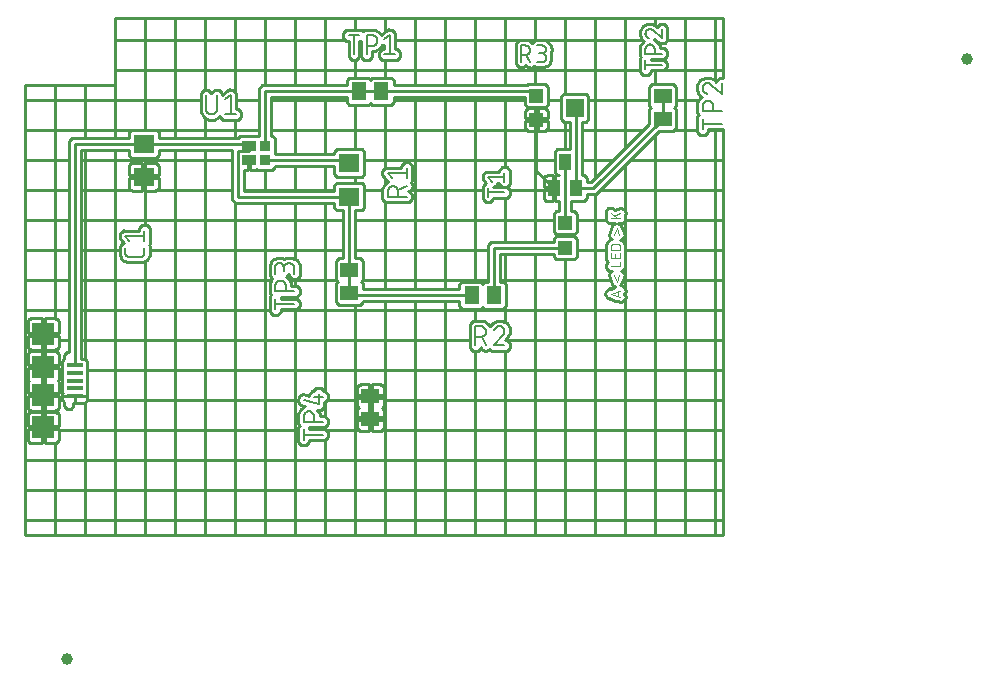
<source format=gtl>
G04 EAGLE Gerber RS-274X export*
G75*
%MOMM*%
%FSLAX34Y34*%
%LPD*%
%INTop Copper*%
%IPPOS*%
%AMOC8*
5,1,8,0,0,1.08239X$1,22.5*%
G01*
%ADD10C,0.152400*%
%ADD11C,0.076200*%
%ADD12C,0.127000*%
%ADD13C,1.000000*%
%ADD14R,0.950000X0.850000*%
%ADD15R,1.150000X0.850000*%
%ADD16R,1.150000X0.970000*%
%ADD17R,0.950000X0.970000*%
%ADD18R,1.300000X1.500000*%
%ADD19R,1.200000X1.200000*%
%ADD20R,1.500000X1.600000*%
%ADD21R,1.346200X0.381000*%
%ADD22R,1.900000X1.900000*%
%ADD23R,1.800000X1.600000*%
%ADD24R,1.000000X1.400000*%
%ADD25R,1.500000X1.300000*%
%ADD26R,1.803000X1.600000*%
%ADD27C,0.254000*%


D10*
X100838Y382637D02*
X100838Y379024D01*
X100836Y378906D01*
X100830Y378788D01*
X100821Y378670D01*
X100807Y378553D01*
X100790Y378436D01*
X100769Y378319D01*
X100744Y378204D01*
X100715Y378089D01*
X100682Y377975D01*
X100646Y377863D01*
X100606Y377752D01*
X100563Y377642D01*
X100516Y377533D01*
X100466Y377426D01*
X100411Y377321D01*
X100354Y377218D01*
X100293Y377117D01*
X100229Y377017D01*
X100162Y376920D01*
X100092Y376825D01*
X100018Y376733D01*
X99942Y376642D01*
X99862Y376555D01*
X99780Y376470D01*
X99695Y376388D01*
X99608Y376308D01*
X99517Y376232D01*
X99425Y376158D01*
X99330Y376088D01*
X99233Y376021D01*
X99133Y375957D01*
X99032Y375896D01*
X98929Y375839D01*
X98824Y375784D01*
X98717Y375734D01*
X98608Y375687D01*
X98498Y375644D01*
X98387Y375604D01*
X98275Y375568D01*
X98161Y375535D01*
X98046Y375506D01*
X97931Y375481D01*
X97814Y375460D01*
X97697Y375443D01*
X97580Y375429D01*
X97462Y375420D01*
X97344Y375414D01*
X97226Y375412D01*
X88194Y375412D01*
X88076Y375414D01*
X87958Y375420D01*
X87840Y375429D01*
X87722Y375443D01*
X87605Y375460D01*
X87489Y375481D01*
X87374Y375506D01*
X87259Y375535D01*
X87145Y375568D01*
X87033Y375604D01*
X86921Y375644D01*
X86811Y375687D01*
X86703Y375734D01*
X86596Y375785D01*
X86491Y375839D01*
X86388Y375896D01*
X86286Y375957D01*
X86187Y376021D01*
X86090Y376088D01*
X85995Y376159D01*
X85902Y376232D01*
X85812Y376309D01*
X85724Y376388D01*
X85639Y376470D01*
X85557Y376555D01*
X85478Y376643D01*
X85401Y376733D01*
X85328Y376826D01*
X85257Y376920D01*
X85190Y377018D01*
X85126Y377117D01*
X85065Y377218D01*
X85008Y377322D01*
X84954Y377427D01*
X84903Y377534D01*
X84856Y377642D01*
X84813Y377752D01*
X84773Y377864D01*
X84737Y377976D01*
X84704Y378090D01*
X84675Y378205D01*
X84650Y378320D01*
X84629Y378436D01*
X84612Y378553D01*
X84598Y378671D01*
X84589Y378789D01*
X84583Y378907D01*
X84581Y379025D01*
X84582Y379024D02*
X84582Y382637D01*
X88194Y388478D02*
X84582Y392993D01*
X100838Y392993D01*
X100838Y388478D02*
X100838Y397509D01*
X153162Y500578D02*
X153162Y512318D01*
X153162Y500578D02*
X153164Y500445D01*
X153170Y500313D01*
X153180Y500181D01*
X153193Y500049D01*
X153211Y499917D01*
X153232Y499787D01*
X153257Y499656D01*
X153286Y499527D01*
X153319Y499399D01*
X153355Y499271D01*
X153395Y499145D01*
X153439Y499020D01*
X153487Y498896D01*
X153538Y498774D01*
X153593Y498653D01*
X153651Y498534D01*
X153713Y498416D01*
X153778Y498301D01*
X153847Y498187D01*
X153918Y498076D01*
X153994Y497967D01*
X154072Y497860D01*
X154153Y497755D01*
X154238Y497653D01*
X154325Y497553D01*
X154415Y497456D01*
X154508Y497361D01*
X154604Y497270D01*
X154702Y497181D01*
X154803Y497095D01*
X154907Y497012D01*
X155013Y496932D01*
X155121Y496856D01*
X155231Y496782D01*
X155344Y496712D01*
X155458Y496645D01*
X155575Y496582D01*
X155693Y496522D01*
X155813Y496465D01*
X155935Y496412D01*
X156058Y496363D01*
X156182Y496317D01*
X156308Y496275D01*
X156435Y496237D01*
X156563Y496202D01*
X156692Y496171D01*
X156821Y496144D01*
X156952Y496121D01*
X157083Y496101D01*
X157215Y496086D01*
X157347Y496074D01*
X157479Y496066D01*
X157612Y496062D01*
X157744Y496062D01*
X157877Y496066D01*
X158009Y496074D01*
X158141Y496086D01*
X158273Y496101D01*
X158404Y496121D01*
X158535Y496144D01*
X158664Y496171D01*
X158793Y496202D01*
X158921Y496237D01*
X159048Y496275D01*
X159174Y496317D01*
X159298Y496363D01*
X159421Y496412D01*
X159543Y496465D01*
X159663Y496522D01*
X159781Y496582D01*
X159898Y496645D01*
X160012Y496712D01*
X160125Y496782D01*
X160235Y496856D01*
X160343Y496932D01*
X160449Y497012D01*
X160553Y497095D01*
X160654Y497181D01*
X160752Y497270D01*
X160848Y497361D01*
X160941Y497456D01*
X161031Y497553D01*
X161118Y497653D01*
X161203Y497755D01*
X161284Y497860D01*
X161362Y497967D01*
X161438Y498076D01*
X161509Y498187D01*
X161578Y498301D01*
X161643Y498416D01*
X161705Y498534D01*
X161763Y498653D01*
X161818Y498774D01*
X161869Y498896D01*
X161917Y499020D01*
X161961Y499145D01*
X162001Y499271D01*
X162037Y499399D01*
X162070Y499527D01*
X162099Y499656D01*
X162124Y499787D01*
X162145Y499917D01*
X162163Y500049D01*
X162176Y500181D01*
X162186Y500313D01*
X162192Y500445D01*
X162194Y500578D01*
X162193Y500578D02*
X162193Y512318D01*
X169314Y508706D02*
X173830Y512318D01*
X173830Y496062D01*
X178345Y496062D02*
X169314Y496062D01*
X306832Y426212D02*
X323088Y426212D01*
X306832Y426212D02*
X306832Y430728D01*
X306834Y430861D01*
X306840Y430993D01*
X306850Y431125D01*
X306863Y431257D01*
X306881Y431389D01*
X306902Y431519D01*
X306927Y431650D01*
X306956Y431779D01*
X306989Y431907D01*
X307025Y432035D01*
X307065Y432161D01*
X307109Y432286D01*
X307157Y432410D01*
X307208Y432532D01*
X307263Y432653D01*
X307321Y432772D01*
X307383Y432890D01*
X307448Y433005D01*
X307517Y433119D01*
X307588Y433230D01*
X307664Y433339D01*
X307742Y433446D01*
X307823Y433551D01*
X307908Y433653D01*
X307995Y433753D01*
X308085Y433850D01*
X308178Y433945D01*
X308274Y434036D01*
X308372Y434125D01*
X308473Y434211D01*
X308577Y434294D01*
X308683Y434374D01*
X308791Y434450D01*
X308901Y434524D01*
X309014Y434594D01*
X309128Y434661D01*
X309245Y434724D01*
X309363Y434784D01*
X309483Y434841D01*
X309605Y434894D01*
X309728Y434943D01*
X309852Y434989D01*
X309978Y435031D01*
X310105Y435069D01*
X310233Y435104D01*
X310362Y435135D01*
X310491Y435162D01*
X310622Y435185D01*
X310753Y435205D01*
X310885Y435220D01*
X311017Y435232D01*
X311149Y435240D01*
X311282Y435244D01*
X311414Y435244D01*
X311547Y435240D01*
X311679Y435232D01*
X311811Y435220D01*
X311943Y435205D01*
X312074Y435185D01*
X312205Y435162D01*
X312334Y435135D01*
X312463Y435104D01*
X312591Y435069D01*
X312718Y435031D01*
X312844Y434989D01*
X312968Y434943D01*
X313091Y434894D01*
X313213Y434841D01*
X313333Y434784D01*
X313451Y434724D01*
X313568Y434661D01*
X313682Y434594D01*
X313795Y434524D01*
X313905Y434450D01*
X314013Y434374D01*
X314119Y434294D01*
X314223Y434211D01*
X314324Y434125D01*
X314422Y434036D01*
X314518Y433945D01*
X314611Y433850D01*
X314701Y433753D01*
X314788Y433653D01*
X314873Y433551D01*
X314954Y433446D01*
X315032Y433339D01*
X315108Y433230D01*
X315179Y433119D01*
X315248Y433005D01*
X315313Y432890D01*
X315375Y432772D01*
X315433Y432653D01*
X315488Y432532D01*
X315539Y432410D01*
X315587Y432286D01*
X315631Y432161D01*
X315671Y432035D01*
X315707Y431907D01*
X315740Y431779D01*
X315769Y431650D01*
X315794Y431519D01*
X315815Y431389D01*
X315833Y431257D01*
X315846Y431125D01*
X315856Y430993D01*
X315862Y430861D01*
X315864Y430728D01*
X315863Y430728D02*
X315863Y426212D01*
X315863Y431631D02*
X323088Y435243D01*
X310444Y441752D02*
X306832Y446267D01*
X323088Y446267D01*
X323088Y441752D02*
X323088Y450783D01*
X278328Y546862D02*
X278328Y563118D01*
X282843Y563118D02*
X273812Y563118D01*
X289133Y563118D02*
X289133Y546862D01*
X289133Y563118D02*
X293649Y563118D01*
X293782Y563116D01*
X293914Y563110D01*
X294046Y563100D01*
X294178Y563087D01*
X294310Y563069D01*
X294440Y563048D01*
X294571Y563023D01*
X294700Y562994D01*
X294828Y562961D01*
X294956Y562925D01*
X295082Y562885D01*
X295207Y562841D01*
X295331Y562793D01*
X295453Y562742D01*
X295574Y562687D01*
X295693Y562629D01*
X295811Y562567D01*
X295926Y562502D01*
X296040Y562433D01*
X296151Y562362D01*
X296260Y562286D01*
X296367Y562208D01*
X296472Y562127D01*
X296574Y562042D01*
X296674Y561955D01*
X296771Y561865D01*
X296866Y561772D01*
X296957Y561676D01*
X297046Y561578D01*
X297132Y561477D01*
X297215Y561373D01*
X297295Y561267D01*
X297371Y561159D01*
X297445Y561049D01*
X297515Y560936D01*
X297582Y560822D01*
X297645Y560705D01*
X297705Y560587D01*
X297762Y560467D01*
X297815Y560345D01*
X297864Y560222D01*
X297910Y560098D01*
X297952Y559972D01*
X297990Y559845D01*
X298025Y559717D01*
X298056Y559588D01*
X298083Y559459D01*
X298106Y559328D01*
X298126Y559197D01*
X298141Y559065D01*
X298153Y558933D01*
X298161Y558801D01*
X298165Y558668D01*
X298165Y558536D01*
X298161Y558403D01*
X298153Y558271D01*
X298141Y558139D01*
X298126Y558007D01*
X298106Y557876D01*
X298083Y557745D01*
X298056Y557616D01*
X298025Y557487D01*
X297990Y557359D01*
X297952Y557232D01*
X297910Y557106D01*
X297864Y556982D01*
X297815Y556859D01*
X297762Y556737D01*
X297705Y556617D01*
X297645Y556499D01*
X297582Y556382D01*
X297515Y556268D01*
X297445Y556155D01*
X297371Y556045D01*
X297295Y555937D01*
X297215Y555831D01*
X297132Y555727D01*
X297046Y555626D01*
X296957Y555528D01*
X296866Y555432D01*
X296771Y555339D01*
X296674Y555249D01*
X296574Y555162D01*
X296472Y555077D01*
X296367Y554996D01*
X296260Y554918D01*
X296151Y554842D01*
X296040Y554771D01*
X295926Y554702D01*
X295811Y554637D01*
X295693Y554575D01*
X295574Y554517D01*
X295453Y554462D01*
X295331Y554411D01*
X295207Y554363D01*
X295082Y554319D01*
X294956Y554279D01*
X294828Y554243D01*
X294700Y554210D01*
X294571Y554181D01*
X294440Y554156D01*
X294310Y554135D01*
X294178Y554117D01*
X294046Y554104D01*
X293914Y554094D01*
X293782Y554088D01*
X293649Y554086D01*
X293649Y554087D02*
X289133Y554087D01*
X304032Y559506D02*
X308548Y563118D01*
X308548Y546862D01*
X304032Y546862D02*
X313064Y546862D01*
X573532Y487878D02*
X589788Y487878D01*
X573532Y483362D02*
X573532Y492393D01*
X573532Y498683D02*
X589788Y498683D01*
X573532Y498683D02*
X573532Y503199D01*
X573534Y503332D01*
X573540Y503464D01*
X573550Y503596D01*
X573563Y503728D01*
X573581Y503860D01*
X573602Y503990D01*
X573627Y504121D01*
X573656Y504250D01*
X573689Y504378D01*
X573725Y504506D01*
X573765Y504632D01*
X573809Y504757D01*
X573857Y504881D01*
X573908Y505003D01*
X573963Y505124D01*
X574021Y505243D01*
X574083Y505361D01*
X574148Y505476D01*
X574217Y505590D01*
X574288Y505701D01*
X574364Y505810D01*
X574442Y505917D01*
X574523Y506022D01*
X574608Y506124D01*
X574695Y506224D01*
X574785Y506321D01*
X574878Y506416D01*
X574974Y506507D01*
X575072Y506596D01*
X575173Y506682D01*
X575277Y506765D01*
X575383Y506845D01*
X575491Y506921D01*
X575601Y506995D01*
X575714Y507065D01*
X575828Y507132D01*
X575945Y507195D01*
X576063Y507255D01*
X576183Y507312D01*
X576305Y507365D01*
X576428Y507414D01*
X576552Y507460D01*
X576678Y507502D01*
X576805Y507540D01*
X576933Y507575D01*
X577062Y507606D01*
X577191Y507633D01*
X577322Y507656D01*
X577453Y507676D01*
X577585Y507691D01*
X577717Y507703D01*
X577849Y507711D01*
X577982Y507715D01*
X578114Y507715D01*
X578247Y507711D01*
X578379Y507703D01*
X578511Y507691D01*
X578643Y507676D01*
X578774Y507656D01*
X578905Y507633D01*
X579034Y507606D01*
X579163Y507575D01*
X579291Y507540D01*
X579418Y507502D01*
X579544Y507460D01*
X579668Y507414D01*
X579791Y507365D01*
X579913Y507312D01*
X580033Y507255D01*
X580151Y507195D01*
X580268Y507132D01*
X580382Y507065D01*
X580495Y506995D01*
X580605Y506921D01*
X580713Y506845D01*
X580819Y506765D01*
X580923Y506682D01*
X581024Y506596D01*
X581122Y506507D01*
X581218Y506416D01*
X581311Y506321D01*
X581401Y506224D01*
X581488Y506124D01*
X581573Y506022D01*
X581654Y505917D01*
X581732Y505810D01*
X581808Y505701D01*
X581879Y505590D01*
X581948Y505476D01*
X582013Y505361D01*
X582075Y505243D01*
X582133Y505124D01*
X582188Y505003D01*
X582239Y504881D01*
X582287Y504757D01*
X582331Y504632D01*
X582371Y504506D01*
X582407Y504378D01*
X582440Y504250D01*
X582469Y504121D01*
X582494Y503990D01*
X582515Y503860D01*
X582533Y503728D01*
X582546Y503596D01*
X582556Y503464D01*
X582562Y503332D01*
X582564Y503199D01*
X582563Y503199D02*
X582563Y498683D01*
X573532Y518550D02*
X573534Y518675D01*
X573540Y518800D01*
X573549Y518925D01*
X573563Y519049D01*
X573580Y519173D01*
X573601Y519297D01*
X573626Y519419D01*
X573655Y519541D01*
X573687Y519662D01*
X573723Y519782D01*
X573763Y519901D01*
X573806Y520018D01*
X573853Y520134D01*
X573904Y520249D01*
X573958Y520361D01*
X574016Y520473D01*
X574076Y520582D01*
X574141Y520689D01*
X574208Y520795D01*
X574279Y520898D01*
X574353Y520999D01*
X574430Y521098D01*
X574510Y521194D01*
X574593Y521288D01*
X574678Y521379D01*
X574767Y521468D01*
X574858Y521553D01*
X574952Y521636D01*
X575048Y521716D01*
X575147Y521793D01*
X575248Y521867D01*
X575351Y521938D01*
X575457Y522005D01*
X575564Y522070D01*
X575673Y522130D01*
X575785Y522188D01*
X575897Y522242D01*
X576012Y522293D01*
X576128Y522340D01*
X576245Y522383D01*
X576364Y522423D01*
X576484Y522459D01*
X576605Y522491D01*
X576727Y522520D01*
X576849Y522545D01*
X576973Y522566D01*
X577097Y522583D01*
X577221Y522597D01*
X577346Y522606D01*
X577471Y522612D01*
X577596Y522614D01*
X573532Y518550D02*
X573534Y518407D01*
X573540Y518265D01*
X573550Y518122D01*
X573563Y517980D01*
X573581Y517839D01*
X573602Y517697D01*
X573627Y517557D01*
X573656Y517417D01*
X573689Y517278D01*
X573726Y517140D01*
X573766Y517003D01*
X573810Y516868D01*
X573858Y516733D01*
X573910Y516600D01*
X573965Y516468D01*
X574024Y516338D01*
X574086Y516210D01*
X574152Y516083D01*
X574221Y515958D01*
X574293Y515835D01*
X574369Y515714D01*
X574448Y515596D01*
X574531Y515479D01*
X574616Y515365D01*
X574705Y515253D01*
X574796Y515144D01*
X574891Y515037D01*
X574988Y514932D01*
X575089Y514831D01*
X575192Y514732D01*
X575297Y514636D01*
X575406Y514543D01*
X575517Y514453D01*
X575630Y514366D01*
X575745Y514282D01*
X575863Y514202D01*
X575983Y514124D01*
X576105Y514050D01*
X576229Y513980D01*
X576355Y513912D01*
X576483Y513849D01*
X576612Y513788D01*
X576743Y513731D01*
X576875Y513678D01*
X577009Y513629D01*
X577144Y513583D01*
X580757Y521258D02*
X580665Y521352D01*
X580571Y521442D01*
X580474Y521530D01*
X580374Y521615D01*
X580272Y521697D01*
X580167Y521775D01*
X580060Y521851D01*
X579951Y521923D01*
X579840Y521992D01*
X579726Y522058D01*
X579611Y522120D01*
X579494Y522179D01*
X579375Y522234D01*
X579255Y522285D01*
X579133Y522333D01*
X579010Y522378D01*
X578886Y522418D01*
X578760Y522455D01*
X578633Y522488D01*
X578506Y522517D01*
X578377Y522543D01*
X578248Y522564D01*
X578118Y522582D01*
X577988Y522595D01*
X577858Y522605D01*
X577727Y522611D01*
X577596Y522613D01*
X580757Y521259D02*
X589788Y513582D01*
X589788Y522614D01*
X227838Y335478D02*
X211582Y335478D01*
X211582Y339993D02*
X211582Y330962D01*
X211582Y346283D02*
X227838Y346283D01*
X211582Y346283D02*
X211582Y350799D01*
X211584Y350932D01*
X211590Y351064D01*
X211600Y351196D01*
X211613Y351328D01*
X211631Y351460D01*
X211652Y351590D01*
X211677Y351721D01*
X211706Y351850D01*
X211739Y351978D01*
X211775Y352106D01*
X211815Y352232D01*
X211859Y352357D01*
X211907Y352481D01*
X211958Y352603D01*
X212013Y352724D01*
X212071Y352843D01*
X212133Y352961D01*
X212198Y353076D01*
X212267Y353190D01*
X212338Y353301D01*
X212414Y353410D01*
X212492Y353517D01*
X212573Y353622D01*
X212658Y353724D01*
X212745Y353824D01*
X212835Y353921D01*
X212928Y354016D01*
X213024Y354107D01*
X213122Y354196D01*
X213223Y354282D01*
X213327Y354365D01*
X213433Y354445D01*
X213541Y354521D01*
X213651Y354595D01*
X213764Y354665D01*
X213878Y354732D01*
X213995Y354795D01*
X214113Y354855D01*
X214233Y354912D01*
X214355Y354965D01*
X214478Y355014D01*
X214602Y355060D01*
X214728Y355102D01*
X214855Y355140D01*
X214983Y355175D01*
X215112Y355206D01*
X215241Y355233D01*
X215372Y355256D01*
X215503Y355276D01*
X215635Y355291D01*
X215767Y355303D01*
X215899Y355311D01*
X216032Y355315D01*
X216164Y355315D01*
X216297Y355311D01*
X216429Y355303D01*
X216561Y355291D01*
X216693Y355276D01*
X216824Y355256D01*
X216955Y355233D01*
X217084Y355206D01*
X217213Y355175D01*
X217341Y355140D01*
X217468Y355102D01*
X217594Y355060D01*
X217718Y355014D01*
X217841Y354965D01*
X217963Y354912D01*
X218083Y354855D01*
X218201Y354795D01*
X218318Y354732D01*
X218432Y354665D01*
X218545Y354595D01*
X218655Y354521D01*
X218763Y354445D01*
X218869Y354365D01*
X218973Y354282D01*
X219074Y354196D01*
X219172Y354107D01*
X219268Y354016D01*
X219361Y353921D01*
X219451Y353824D01*
X219538Y353724D01*
X219623Y353622D01*
X219704Y353517D01*
X219782Y353410D01*
X219858Y353301D01*
X219929Y353190D01*
X219998Y353076D01*
X220063Y352961D01*
X220125Y352843D01*
X220183Y352724D01*
X220238Y352603D01*
X220289Y352481D01*
X220337Y352357D01*
X220381Y352232D01*
X220421Y352106D01*
X220457Y351978D01*
X220490Y351850D01*
X220519Y351721D01*
X220544Y351590D01*
X220565Y351460D01*
X220583Y351328D01*
X220596Y351196D01*
X220606Y351064D01*
X220612Y350932D01*
X220614Y350799D01*
X220613Y350799D02*
X220613Y346283D01*
X227838Y361182D02*
X227838Y365698D01*
X227836Y365831D01*
X227830Y365963D01*
X227820Y366095D01*
X227807Y366227D01*
X227789Y366359D01*
X227768Y366489D01*
X227743Y366620D01*
X227714Y366749D01*
X227681Y366877D01*
X227645Y367005D01*
X227605Y367131D01*
X227561Y367256D01*
X227513Y367380D01*
X227462Y367502D01*
X227407Y367623D01*
X227349Y367742D01*
X227287Y367860D01*
X227222Y367975D01*
X227153Y368089D01*
X227082Y368200D01*
X227006Y368309D01*
X226928Y368416D01*
X226847Y368521D01*
X226762Y368623D01*
X226675Y368723D01*
X226585Y368820D01*
X226492Y368915D01*
X226396Y369006D01*
X226298Y369095D01*
X226197Y369181D01*
X226093Y369264D01*
X225987Y369344D01*
X225879Y369420D01*
X225769Y369494D01*
X225656Y369564D01*
X225542Y369631D01*
X225425Y369694D01*
X225307Y369754D01*
X225187Y369811D01*
X225065Y369864D01*
X224942Y369913D01*
X224818Y369959D01*
X224692Y370001D01*
X224565Y370039D01*
X224437Y370074D01*
X224308Y370105D01*
X224179Y370132D01*
X224048Y370155D01*
X223917Y370175D01*
X223785Y370190D01*
X223653Y370202D01*
X223521Y370210D01*
X223388Y370214D01*
X223256Y370214D01*
X223123Y370210D01*
X222991Y370202D01*
X222859Y370190D01*
X222727Y370175D01*
X222596Y370155D01*
X222465Y370132D01*
X222336Y370105D01*
X222207Y370074D01*
X222079Y370039D01*
X221952Y370001D01*
X221826Y369959D01*
X221702Y369913D01*
X221579Y369864D01*
X221457Y369811D01*
X221337Y369754D01*
X221219Y369694D01*
X221102Y369631D01*
X220988Y369564D01*
X220875Y369494D01*
X220765Y369420D01*
X220657Y369344D01*
X220551Y369264D01*
X220447Y369181D01*
X220346Y369095D01*
X220248Y369006D01*
X220152Y368915D01*
X220059Y368820D01*
X219969Y368723D01*
X219882Y368623D01*
X219797Y368521D01*
X219716Y368416D01*
X219638Y368309D01*
X219562Y368200D01*
X219491Y368089D01*
X219422Y367975D01*
X219357Y367860D01*
X219295Y367742D01*
X219237Y367623D01*
X219182Y367502D01*
X219131Y367380D01*
X219083Y367256D01*
X219039Y367131D01*
X218999Y367005D01*
X218963Y366877D01*
X218930Y366749D01*
X218901Y366620D01*
X218876Y366489D01*
X218855Y366359D01*
X218837Y366227D01*
X218824Y366095D01*
X218814Y365963D01*
X218808Y365831D01*
X218806Y365698D01*
X211582Y366601D02*
X211582Y361182D01*
X211582Y366601D02*
X211584Y366720D01*
X211590Y366840D01*
X211600Y366959D01*
X211614Y367077D01*
X211631Y367196D01*
X211653Y367313D01*
X211678Y367430D01*
X211708Y367545D01*
X211741Y367660D01*
X211778Y367774D01*
X211818Y367886D01*
X211863Y367997D01*
X211911Y368106D01*
X211962Y368214D01*
X212017Y368320D01*
X212076Y368424D01*
X212138Y368526D01*
X212203Y368626D01*
X212272Y368724D01*
X212344Y368820D01*
X212419Y368913D01*
X212496Y369003D01*
X212577Y369091D01*
X212661Y369176D01*
X212748Y369258D01*
X212837Y369338D01*
X212929Y369414D01*
X213023Y369488D01*
X213120Y369558D01*
X213218Y369625D01*
X213319Y369689D01*
X213423Y369749D01*
X213528Y369806D01*
X213635Y369859D01*
X213743Y369909D01*
X213853Y369955D01*
X213965Y369997D01*
X214078Y370036D01*
X214192Y370071D01*
X214307Y370102D01*
X214424Y370130D01*
X214541Y370153D01*
X214658Y370173D01*
X214777Y370189D01*
X214896Y370201D01*
X215015Y370209D01*
X215134Y370213D01*
X215254Y370213D01*
X215373Y370209D01*
X215492Y370201D01*
X215611Y370189D01*
X215730Y370173D01*
X215847Y370153D01*
X215964Y370130D01*
X216081Y370102D01*
X216196Y370071D01*
X216310Y370036D01*
X216423Y369997D01*
X216535Y369955D01*
X216645Y369909D01*
X216753Y369859D01*
X216860Y369806D01*
X216965Y369749D01*
X217069Y369689D01*
X217170Y369625D01*
X217268Y369558D01*
X217365Y369488D01*
X217459Y369414D01*
X217551Y369338D01*
X217640Y369258D01*
X217727Y369176D01*
X217811Y369091D01*
X217892Y369003D01*
X217969Y368913D01*
X218044Y368820D01*
X218116Y368724D01*
X218185Y368626D01*
X218250Y368526D01*
X218312Y368424D01*
X218371Y368320D01*
X218426Y368214D01*
X218477Y368106D01*
X218525Y367997D01*
X218570Y367886D01*
X218610Y367774D01*
X218647Y367660D01*
X218680Y367545D01*
X218710Y367430D01*
X218735Y367313D01*
X218757Y367196D01*
X218774Y367077D01*
X218788Y366959D01*
X218798Y366840D01*
X218804Y366720D01*
X218806Y366601D01*
X218807Y366601D02*
X218807Y362989D01*
X381067Y316738D02*
X381067Y300482D01*
X381067Y316738D02*
X385583Y316738D01*
X385716Y316736D01*
X385848Y316730D01*
X385980Y316720D01*
X386112Y316707D01*
X386244Y316689D01*
X386374Y316668D01*
X386505Y316643D01*
X386634Y316614D01*
X386762Y316581D01*
X386890Y316545D01*
X387016Y316505D01*
X387141Y316461D01*
X387265Y316413D01*
X387387Y316362D01*
X387508Y316307D01*
X387627Y316249D01*
X387745Y316187D01*
X387860Y316122D01*
X387974Y316053D01*
X388085Y315982D01*
X388194Y315906D01*
X388301Y315828D01*
X388406Y315747D01*
X388508Y315662D01*
X388608Y315575D01*
X388705Y315485D01*
X388800Y315392D01*
X388891Y315296D01*
X388980Y315198D01*
X389066Y315097D01*
X389149Y314993D01*
X389229Y314887D01*
X389305Y314779D01*
X389379Y314669D01*
X389449Y314556D01*
X389516Y314442D01*
X389579Y314325D01*
X389639Y314207D01*
X389696Y314087D01*
X389749Y313965D01*
X389798Y313842D01*
X389844Y313718D01*
X389886Y313592D01*
X389924Y313465D01*
X389959Y313337D01*
X389990Y313208D01*
X390017Y313079D01*
X390040Y312948D01*
X390060Y312817D01*
X390075Y312685D01*
X390087Y312553D01*
X390095Y312421D01*
X390099Y312288D01*
X390099Y312156D01*
X390095Y312023D01*
X390087Y311891D01*
X390075Y311759D01*
X390060Y311627D01*
X390040Y311496D01*
X390017Y311365D01*
X389990Y311236D01*
X389959Y311107D01*
X389924Y310979D01*
X389886Y310852D01*
X389844Y310726D01*
X389798Y310602D01*
X389749Y310479D01*
X389696Y310357D01*
X389639Y310237D01*
X389579Y310119D01*
X389516Y310002D01*
X389449Y309888D01*
X389379Y309775D01*
X389305Y309665D01*
X389229Y309557D01*
X389149Y309451D01*
X389066Y309347D01*
X388980Y309246D01*
X388891Y309148D01*
X388800Y309052D01*
X388705Y308959D01*
X388608Y308869D01*
X388508Y308782D01*
X388406Y308697D01*
X388301Y308616D01*
X388194Y308538D01*
X388085Y308462D01*
X387974Y308391D01*
X387860Y308322D01*
X387745Y308257D01*
X387627Y308195D01*
X387508Y308137D01*
X387387Y308082D01*
X387265Y308031D01*
X387141Y307983D01*
X387016Y307939D01*
X386890Y307899D01*
X386762Y307863D01*
X386634Y307830D01*
X386505Y307801D01*
X386374Y307776D01*
X386244Y307755D01*
X386112Y307737D01*
X385980Y307724D01*
X385848Y307714D01*
X385716Y307708D01*
X385583Y307706D01*
X385583Y307707D02*
X381067Y307707D01*
X386486Y307707D02*
X390098Y300482D01*
X405638Y312674D02*
X405636Y312799D01*
X405630Y312924D01*
X405621Y313049D01*
X405607Y313173D01*
X405590Y313297D01*
X405569Y313421D01*
X405544Y313543D01*
X405515Y313665D01*
X405483Y313786D01*
X405447Y313906D01*
X405407Y314025D01*
X405364Y314142D01*
X405317Y314258D01*
X405266Y314373D01*
X405212Y314485D01*
X405154Y314597D01*
X405094Y314706D01*
X405029Y314813D01*
X404962Y314919D01*
X404891Y315022D01*
X404817Y315123D01*
X404740Y315222D01*
X404660Y315318D01*
X404577Y315412D01*
X404492Y315503D01*
X404403Y315592D01*
X404312Y315677D01*
X404218Y315760D01*
X404122Y315840D01*
X404023Y315917D01*
X403922Y315991D01*
X403819Y316062D01*
X403713Y316129D01*
X403606Y316194D01*
X403497Y316254D01*
X403385Y316312D01*
X403273Y316366D01*
X403158Y316417D01*
X403042Y316464D01*
X402925Y316507D01*
X402806Y316547D01*
X402686Y316583D01*
X402565Y316615D01*
X402443Y316644D01*
X402321Y316669D01*
X402197Y316690D01*
X402073Y316707D01*
X401949Y316721D01*
X401824Y316730D01*
X401699Y316736D01*
X401574Y316738D01*
X401431Y316736D01*
X401289Y316730D01*
X401146Y316720D01*
X401004Y316707D01*
X400863Y316689D01*
X400721Y316668D01*
X400581Y316643D01*
X400441Y316614D01*
X400302Y316581D01*
X400164Y316544D01*
X400027Y316504D01*
X399892Y316460D01*
X399757Y316412D01*
X399624Y316360D01*
X399492Y316305D01*
X399362Y316246D01*
X399234Y316184D01*
X399107Y316118D01*
X398982Y316049D01*
X398859Y315977D01*
X398739Y315901D01*
X398620Y315822D01*
X398503Y315739D01*
X398389Y315654D01*
X398277Y315565D01*
X398168Y315474D01*
X398061Y315379D01*
X397956Y315282D01*
X397855Y315181D01*
X397756Y315078D01*
X397660Y314973D01*
X397567Y314864D01*
X397477Y314753D01*
X397390Y314640D01*
X397306Y314525D01*
X397226Y314407D01*
X397148Y314287D01*
X397074Y314165D01*
X397004Y314041D01*
X396936Y313915D01*
X396873Y313787D01*
X396812Y313658D01*
X396755Y313527D01*
X396702Y313395D01*
X396653Y313261D01*
X396607Y313126D01*
X404283Y309513D02*
X404377Y309605D01*
X404467Y309699D01*
X404555Y309796D01*
X404640Y309896D01*
X404722Y309998D01*
X404801Y310103D01*
X404876Y310210D01*
X404948Y310319D01*
X405017Y310430D01*
X405083Y310544D01*
X405145Y310659D01*
X405204Y310776D01*
X405259Y310895D01*
X405310Y311015D01*
X405358Y311137D01*
X405403Y311260D01*
X405443Y311384D01*
X405480Y311510D01*
X405513Y311637D01*
X405542Y311764D01*
X405568Y311893D01*
X405589Y312022D01*
X405607Y312152D01*
X405620Y312282D01*
X405630Y312412D01*
X405636Y312543D01*
X405638Y312674D01*
X404283Y309513D02*
X396607Y300482D01*
X405638Y300482D01*
X251968Y224852D02*
X235712Y224852D01*
X235712Y220337D02*
X235712Y229368D01*
X235712Y235658D02*
X251968Y235658D01*
X235712Y235658D02*
X235712Y240173D01*
X235714Y240306D01*
X235720Y240438D01*
X235730Y240570D01*
X235743Y240702D01*
X235761Y240834D01*
X235782Y240964D01*
X235807Y241095D01*
X235836Y241224D01*
X235869Y241352D01*
X235905Y241480D01*
X235945Y241606D01*
X235989Y241731D01*
X236037Y241855D01*
X236088Y241977D01*
X236143Y242098D01*
X236201Y242217D01*
X236263Y242335D01*
X236328Y242450D01*
X236397Y242564D01*
X236468Y242675D01*
X236544Y242784D01*
X236622Y242891D01*
X236703Y242996D01*
X236788Y243098D01*
X236875Y243198D01*
X236965Y243295D01*
X237058Y243390D01*
X237154Y243481D01*
X237252Y243570D01*
X237353Y243656D01*
X237457Y243739D01*
X237563Y243819D01*
X237671Y243895D01*
X237781Y243969D01*
X237894Y244039D01*
X238008Y244106D01*
X238125Y244169D01*
X238243Y244229D01*
X238363Y244286D01*
X238485Y244339D01*
X238608Y244388D01*
X238732Y244434D01*
X238858Y244476D01*
X238985Y244514D01*
X239113Y244549D01*
X239242Y244580D01*
X239371Y244607D01*
X239502Y244630D01*
X239633Y244650D01*
X239765Y244665D01*
X239897Y244677D01*
X240029Y244685D01*
X240162Y244689D01*
X240294Y244689D01*
X240427Y244685D01*
X240559Y244677D01*
X240691Y244665D01*
X240823Y244650D01*
X240954Y244630D01*
X241085Y244607D01*
X241214Y244580D01*
X241343Y244549D01*
X241471Y244514D01*
X241598Y244476D01*
X241724Y244434D01*
X241848Y244388D01*
X241971Y244339D01*
X242093Y244286D01*
X242213Y244229D01*
X242331Y244169D01*
X242448Y244106D01*
X242562Y244039D01*
X242675Y243969D01*
X242785Y243895D01*
X242893Y243819D01*
X242999Y243739D01*
X243103Y243656D01*
X243204Y243570D01*
X243302Y243481D01*
X243398Y243390D01*
X243491Y243295D01*
X243581Y243198D01*
X243668Y243098D01*
X243753Y242996D01*
X243834Y242891D01*
X243912Y242784D01*
X243988Y242675D01*
X244059Y242564D01*
X244128Y242450D01*
X244193Y242335D01*
X244255Y242217D01*
X244313Y242098D01*
X244368Y241977D01*
X244419Y241855D01*
X244467Y241731D01*
X244511Y241606D01*
X244551Y241480D01*
X244587Y241352D01*
X244620Y241224D01*
X244649Y241095D01*
X244674Y240964D01*
X244695Y240834D01*
X244713Y240702D01*
X244726Y240570D01*
X244736Y240438D01*
X244742Y240306D01*
X244744Y240173D01*
X244743Y240173D02*
X244743Y235658D01*
X248356Y250557D02*
X235712Y254169D01*
X248356Y250557D02*
X248356Y259588D01*
X244743Y256879D02*
X251968Y256879D01*
D11*
X495681Y344114D02*
X503809Y341405D01*
X503809Y346823D02*
X495681Y344114D01*
X501777Y346146D02*
X501777Y342082D01*
X500648Y354206D02*
X498390Y359625D01*
X502906Y359625D02*
X500648Y354206D01*
X503809Y367742D02*
X495681Y367742D01*
X503809Y367742D02*
X503809Y371355D01*
X503809Y374676D02*
X503809Y378289D01*
X503809Y374676D02*
X495681Y374676D01*
X495681Y378289D01*
X499293Y377386D02*
X499293Y374676D01*
X495681Y381594D02*
X503809Y381594D01*
X495681Y381594D02*
X495681Y383852D01*
X495683Y383945D01*
X495689Y384038D01*
X495698Y384131D01*
X495712Y384224D01*
X495729Y384315D01*
X495750Y384406D01*
X495775Y384496D01*
X495803Y384585D01*
X495835Y384673D01*
X495871Y384759D01*
X495910Y384844D01*
X495953Y384927D01*
X495999Y385008D01*
X496049Y385087D01*
X496101Y385164D01*
X496157Y385239D01*
X496216Y385311D01*
X496278Y385381D01*
X496342Y385449D01*
X496410Y385513D01*
X496480Y385575D01*
X496552Y385634D01*
X496627Y385690D01*
X496704Y385742D01*
X496783Y385792D01*
X496864Y385838D01*
X496947Y385881D01*
X497032Y385920D01*
X497118Y385956D01*
X497206Y385988D01*
X497295Y386016D01*
X497385Y386041D01*
X497476Y386062D01*
X497567Y386079D01*
X497660Y386093D01*
X497753Y386102D01*
X497846Y386108D01*
X497939Y386110D01*
X501551Y386110D01*
X501644Y386108D01*
X501737Y386102D01*
X501830Y386093D01*
X501923Y386079D01*
X502014Y386062D01*
X502105Y386041D01*
X502195Y386016D01*
X502284Y385988D01*
X502372Y385956D01*
X502458Y385920D01*
X502543Y385881D01*
X502626Y385838D01*
X502707Y385792D01*
X502786Y385742D01*
X502863Y385690D01*
X502938Y385634D01*
X503010Y385575D01*
X503080Y385513D01*
X503148Y385449D01*
X503212Y385381D01*
X503274Y385311D01*
X503333Y385239D01*
X503389Y385164D01*
X503441Y385087D01*
X503491Y385008D01*
X503537Y384927D01*
X503580Y384844D01*
X503619Y384759D01*
X503655Y384673D01*
X503687Y384585D01*
X503715Y384496D01*
X503740Y384406D01*
X503761Y384315D01*
X503778Y384224D01*
X503792Y384131D01*
X503801Y384038D01*
X503807Y383945D01*
X503809Y383852D01*
X503809Y381594D01*
X498390Y394211D02*
X500648Y399630D01*
X502906Y394211D01*
X503809Y407853D02*
X495681Y407853D01*
X495681Y412369D02*
X500648Y407853D01*
X498842Y409660D02*
X503809Y412369D01*
D12*
X419735Y540385D02*
X419735Y554355D01*
X423616Y554355D01*
X423739Y554353D01*
X423862Y554347D01*
X423985Y554337D01*
X424107Y554324D01*
X424229Y554306D01*
X424350Y554285D01*
X424471Y554260D01*
X424591Y554231D01*
X424709Y554198D01*
X424827Y554161D01*
X424943Y554121D01*
X425058Y554077D01*
X425172Y554029D01*
X425284Y553978D01*
X425394Y553924D01*
X425503Y553865D01*
X425610Y553804D01*
X425714Y553739D01*
X425817Y553671D01*
X425917Y553599D01*
X426015Y553525D01*
X426111Y553447D01*
X426204Y553366D01*
X426294Y553283D01*
X426382Y553196D01*
X426467Y553107D01*
X426549Y553016D01*
X426628Y552921D01*
X426704Y552824D01*
X426777Y552725D01*
X426847Y552624D01*
X426914Y552520D01*
X426977Y552415D01*
X427037Y552307D01*
X427093Y552197D01*
X427146Y552086D01*
X427196Y551973D01*
X427241Y551859D01*
X427284Y551743D01*
X427322Y551626D01*
X427357Y551508D01*
X427388Y551389D01*
X427415Y551269D01*
X427438Y551148D01*
X427457Y551026D01*
X427473Y550904D01*
X427485Y550782D01*
X427493Y550659D01*
X427497Y550536D01*
X427497Y550412D01*
X427493Y550289D01*
X427485Y550166D01*
X427473Y550044D01*
X427457Y549922D01*
X427438Y549800D01*
X427415Y549679D01*
X427388Y549559D01*
X427357Y549440D01*
X427322Y549322D01*
X427284Y549205D01*
X427241Y549089D01*
X427196Y548975D01*
X427146Y548862D01*
X427093Y548751D01*
X427037Y548641D01*
X426977Y548534D01*
X426914Y548428D01*
X426847Y548324D01*
X426777Y548223D01*
X426704Y548124D01*
X426628Y548027D01*
X426549Y547932D01*
X426467Y547841D01*
X426382Y547752D01*
X426294Y547665D01*
X426204Y547582D01*
X426111Y547501D01*
X426015Y547423D01*
X425917Y547349D01*
X425817Y547277D01*
X425714Y547209D01*
X425610Y547144D01*
X425503Y547083D01*
X425394Y547024D01*
X425284Y546970D01*
X425172Y546919D01*
X425058Y546871D01*
X424943Y546827D01*
X424827Y546787D01*
X424709Y546750D01*
X424591Y546717D01*
X424471Y546688D01*
X424350Y546663D01*
X424229Y546642D01*
X424107Y546624D01*
X423985Y546611D01*
X423862Y546601D01*
X423739Y546595D01*
X423616Y546593D01*
X423616Y546594D02*
X419735Y546594D01*
X424392Y546594D02*
X427496Y540385D01*
X433334Y540385D02*
X437215Y540385D01*
X437338Y540387D01*
X437461Y540393D01*
X437584Y540403D01*
X437706Y540416D01*
X437828Y540434D01*
X437949Y540455D01*
X438070Y540480D01*
X438190Y540509D01*
X438308Y540542D01*
X438426Y540579D01*
X438542Y540619D01*
X438657Y540663D01*
X438771Y540711D01*
X438883Y540762D01*
X438993Y540816D01*
X439102Y540875D01*
X439209Y540936D01*
X439313Y541001D01*
X439416Y541069D01*
X439516Y541141D01*
X439614Y541215D01*
X439710Y541293D01*
X439803Y541374D01*
X439893Y541457D01*
X439981Y541544D01*
X440066Y541633D01*
X440148Y541724D01*
X440227Y541819D01*
X440303Y541916D01*
X440376Y542015D01*
X440446Y542116D01*
X440513Y542220D01*
X440576Y542326D01*
X440636Y542433D01*
X440692Y542543D01*
X440745Y542654D01*
X440795Y542767D01*
X440840Y542881D01*
X440883Y542997D01*
X440921Y543114D01*
X440956Y543232D01*
X440987Y543351D01*
X441014Y543471D01*
X441037Y543592D01*
X441056Y543714D01*
X441072Y543836D01*
X441084Y543958D01*
X441092Y544081D01*
X441096Y544204D01*
X441096Y544328D01*
X441092Y544451D01*
X441084Y544574D01*
X441072Y544696D01*
X441056Y544818D01*
X441037Y544940D01*
X441014Y545061D01*
X440987Y545181D01*
X440956Y545300D01*
X440921Y545418D01*
X440883Y545535D01*
X440840Y545651D01*
X440795Y545765D01*
X440745Y545878D01*
X440692Y545989D01*
X440636Y546099D01*
X440576Y546207D01*
X440513Y546312D01*
X440446Y546416D01*
X440376Y546517D01*
X440303Y546616D01*
X440227Y546713D01*
X440148Y546808D01*
X440066Y546899D01*
X439981Y546988D01*
X439893Y547075D01*
X439803Y547158D01*
X439710Y547239D01*
X439614Y547317D01*
X439516Y547391D01*
X439416Y547463D01*
X439313Y547531D01*
X439209Y547596D01*
X439102Y547657D01*
X438993Y547716D01*
X438883Y547770D01*
X438771Y547821D01*
X438657Y547869D01*
X438542Y547913D01*
X438426Y547953D01*
X438308Y547990D01*
X438190Y548023D01*
X438070Y548052D01*
X437949Y548077D01*
X437828Y548098D01*
X437706Y548116D01*
X437584Y548129D01*
X437461Y548139D01*
X437338Y548145D01*
X437215Y548147D01*
X437991Y554355D02*
X433334Y554355D01*
X437991Y554355D02*
X438102Y554353D01*
X438212Y554347D01*
X438323Y554337D01*
X438433Y554323D01*
X438542Y554306D01*
X438651Y554284D01*
X438759Y554259D01*
X438865Y554229D01*
X438971Y554196D01*
X439076Y554159D01*
X439179Y554119D01*
X439280Y554074D01*
X439380Y554027D01*
X439479Y553975D01*
X439575Y553920D01*
X439669Y553862D01*
X439761Y553801D01*
X439851Y553736D01*
X439939Y553668D01*
X440024Y553597D01*
X440106Y553523D01*
X440186Y553446D01*
X440263Y553366D01*
X440337Y553284D01*
X440408Y553199D01*
X440476Y553111D01*
X440541Y553021D01*
X440602Y552929D01*
X440660Y552835D01*
X440715Y552739D01*
X440767Y552640D01*
X440814Y552540D01*
X440859Y552439D01*
X440899Y552336D01*
X440936Y552231D01*
X440969Y552125D01*
X440999Y552019D01*
X441024Y551911D01*
X441046Y551802D01*
X441063Y551693D01*
X441077Y551583D01*
X441087Y551472D01*
X441093Y551362D01*
X441095Y551251D01*
X441093Y551140D01*
X441087Y551030D01*
X441077Y550919D01*
X441063Y550809D01*
X441046Y550700D01*
X441024Y550591D01*
X440999Y550483D01*
X440969Y550377D01*
X440936Y550271D01*
X440899Y550166D01*
X440859Y550063D01*
X440814Y549962D01*
X440767Y549862D01*
X440715Y549763D01*
X440660Y549667D01*
X440602Y549573D01*
X440541Y549481D01*
X440476Y549391D01*
X440408Y549303D01*
X440337Y549218D01*
X440263Y549136D01*
X440186Y549056D01*
X440106Y548979D01*
X440024Y548905D01*
X439939Y548834D01*
X439851Y548766D01*
X439761Y548701D01*
X439669Y548640D01*
X439575Y548582D01*
X439479Y548527D01*
X439380Y548475D01*
X439280Y548428D01*
X439179Y548383D01*
X439076Y548343D01*
X438971Y548306D01*
X438865Y548273D01*
X438759Y548243D01*
X438651Y548218D01*
X438542Y548196D01*
X438433Y548179D01*
X438323Y548165D01*
X438212Y548155D01*
X438102Y548149D01*
X437991Y548147D01*
X437991Y548146D02*
X434887Y548146D01*
X525145Y537916D02*
X539115Y537916D01*
X525145Y541796D02*
X525145Y534035D01*
X525145Y547472D02*
X539115Y547472D01*
X525145Y547472D02*
X525145Y551353D01*
X525147Y551476D01*
X525153Y551599D01*
X525163Y551722D01*
X525176Y551844D01*
X525194Y551966D01*
X525215Y552087D01*
X525240Y552208D01*
X525269Y552328D01*
X525302Y552446D01*
X525339Y552564D01*
X525379Y552680D01*
X525423Y552795D01*
X525471Y552909D01*
X525522Y553021D01*
X525576Y553131D01*
X525635Y553240D01*
X525696Y553347D01*
X525761Y553451D01*
X525829Y553554D01*
X525901Y553654D01*
X525975Y553752D01*
X526053Y553848D01*
X526134Y553941D01*
X526217Y554031D01*
X526304Y554119D01*
X526393Y554204D01*
X526484Y554286D01*
X526579Y554365D01*
X526676Y554441D01*
X526775Y554514D01*
X526876Y554584D01*
X526980Y554651D01*
X527086Y554714D01*
X527193Y554774D01*
X527303Y554830D01*
X527414Y554883D01*
X527527Y554933D01*
X527641Y554978D01*
X527757Y555021D01*
X527874Y555059D01*
X527992Y555094D01*
X528111Y555125D01*
X528231Y555152D01*
X528352Y555175D01*
X528474Y555194D01*
X528596Y555210D01*
X528718Y555222D01*
X528841Y555230D01*
X528964Y555234D01*
X529088Y555234D01*
X529211Y555230D01*
X529334Y555222D01*
X529456Y555210D01*
X529578Y555194D01*
X529700Y555175D01*
X529821Y555152D01*
X529941Y555125D01*
X530060Y555094D01*
X530178Y555059D01*
X530295Y555021D01*
X530411Y554978D01*
X530525Y554933D01*
X530638Y554883D01*
X530749Y554830D01*
X530859Y554774D01*
X530967Y554714D01*
X531072Y554651D01*
X531176Y554584D01*
X531277Y554514D01*
X531376Y554441D01*
X531473Y554365D01*
X531568Y554286D01*
X531659Y554204D01*
X531748Y554119D01*
X531835Y554031D01*
X531918Y553941D01*
X531999Y553848D01*
X532077Y553752D01*
X532151Y553654D01*
X532223Y553554D01*
X532291Y553451D01*
X532356Y553347D01*
X532417Y553240D01*
X532476Y553131D01*
X532530Y553021D01*
X532581Y552909D01*
X532629Y552795D01*
X532673Y552680D01*
X532713Y552564D01*
X532750Y552446D01*
X532783Y552328D01*
X532812Y552208D01*
X532837Y552087D01*
X532858Y551966D01*
X532876Y551844D01*
X532889Y551722D01*
X532899Y551599D01*
X532905Y551476D01*
X532907Y551353D01*
X532906Y551353D02*
X532906Y547472D01*
X525145Y564768D02*
X525147Y564885D01*
X525153Y565001D01*
X525163Y565118D01*
X525176Y565234D01*
X525194Y565349D01*
X525215Y565464D01*
X525240Y565578D01*
X525269Y565691D01*
X525302Y565803D01*
X525338Y565914D01*
X525378Y566023D01*
X525422Y566132D01*
X525470Y566238D01*
X525520Y566343D01*
X525575Y566447D01*
X525633Y566548D01*
X525694Y566648D01*
X525758Y566745D01*
X525826Y566840D01*
X525897Y566933D01*
X525971Y567023D01*
X526047Y567111D01*
X526127Y567196D01*
X526210Y567279D01*
X526295Y567359D01*
X526383Y567435D01*
X526473Y567509D01*
X526566Y567580D01*
X526661Y567648D01*
X526758Y567712D01*
X526858Y567773D01*
X526959Y567831D01*
X527063Y567886D01*
X527168Y567936D01*
X527274Y567984D01*
X527383Y568028D01*
X527492Y568068D01*
X527603Y568104D01*
X527715Y568137D01*
X527828Y568166D01*
X527942Y568191D01*
X528057Y568212D01*
X528172Y568230D01*
X528288Y568243D01*
X528405Y568253D01*
X528521Y568259D01*
X528638Y568261D01*
X525145Y564768D02*
X525147Y564637D01*
X525153Y564506D01*
X525162Y564375D01*
X525176Y564244D01*
X525193Y564114D01*
X525214Y563985D01*
X525239Y563856D01*
X525267Y563728D01*
X525300Y563601D01*
X525336Y563474D01*
X525375Y563349D01*
X525419Y563225D01*
X525465Y563103D01*
X525516Y562982D01*
X525570Y562862D01*
X525627Y562744D01*
X525688Y562628D01*
X525753Y562513D01*
X525820Y562401D01*
X525891Y562291D01*
X525965Y562182D01*
X526042Y562076D01*
X526122Y561972D01*
X526206Y561871D01*
X526292Y561772D01*
X526381Y561675D01*
X526473Y561582D01*
X526567Y561491D01*
X526664Y561402D01*
X526764Y561317D01*
X526866Y561235D01*
X526971Y561155D01*
X527078Y561079D01*
X527186Y561006D01*
X527298Y560936D01*
X527411Y560869D01*
X527526Y560806D01*
X527642Y560746D01*
X527761Y560690D01*
X527881Y560637D01*
X528002Y560587D01*
X528125Y560542D01*
X528250Y560499D01*
X531354Y567096D02*
X531269Y567183D01*
X531181Y567266D01*
X531090Y567347D01*
X530997Y567425D01*
X530902Y567500D01*
X530803Y567572D01*
X530703Y567640D01*
X530601Y567706D01*
X530496Y567767D01*
X530390Y567826D01*
X530281Y567881D01*
X530171Y567932D01*
X530060Y567980D01*
X529946Y568024D01*
X529832Y568065D01*
X529716Y568102D01*
X529599Y568135D01*
X529481Y568164D01*
X529362Y568189D01*
X529243Y568211D01*
X529123Y568229D01*
X529002Y568242D01*
X528881Y568252D01*
X528759Y568258D01*
X528638Y568260D01*
X531354Y567096D02*
X539115Y560499D01*
X539115Y568261D01*
X405765Y429966D02*
X391795Y429966D01*
X391795Y433846D02*
X391795Y426085D01*
X394899Y438861D02*
X391795Y442741D01*
X405765Y442741D01*
X405765Y438861D02*
X405765Y446622D01*
D13*
X35000Y35000D03*
X797000Y543000D03*
D14*
X202830Y457250D03*
D15*
X189330Y457250D03*
D16*
X189330Y469250D03*
D17*
X202830Y469250D03*
D18*
X396850Y342900D03*
X377850Y342900D03*
D19*
X432850Y511650D03*
X432850Y491650D03*
D20*
X465350Y501650D03*
D21*
X41990Y283510D03*
X41990Y277010D03*
X41990Y270510D03*
X41990Y264010D03*
X41990Y257510D03*
D22*
X15240Y310010D03*
X15240Y282510D03*
X15240Y258510D03*
X15240Y231010D03*
D23*
X100330Y443200D03*
X100330Y471200D03*
D24*
X457200Y455500D03*
X466700Y433500D03*
X447700Y433500D03*
D19*
X457200Y404200D03*
X457200Y383200D03*
D25*
X292100Y238150D03*
X292100Y257150D03*
X274320Y363830D03*
X274320Y344830D03*
D18*
X282600Y515620D03*
X301600Y515620D03*
D25*
X539750Y492150D03*
X539750Y511150D03*
D26*
X274320Y454910D03*
X274320Y426470D03*
D27*
X274320Y457250D02*
X202830Y457250D01*
X274320Y457250D02*
X274320Y454910D01*
X432850Y448350D02*
X447700Y433500D01*
X432850Y448350D02*
X432850Y491650D01*
X13970Y281240D02*
X13970Y271820D01*
X13970Y281240D02*
X16510Y281240D01*
X16510Y259780D01*
X13970Y259780D01*
X13970Y271820D01*
X293370Y246840D02*
X293370Y239420D01*
X290830Y239420D01*
X290830Y255880D01*
X293370Y255880D01*
X293370Y246840D01*
X575282Y527185D02*
X579490Y527185D01*
X575282Y527185D02*
X571274Y524871D01*
X571274Y524871D01*
X571274Y524871D01*
X568960Y520864D01*
X568960Y516466D01*
X570656Y512661D01*
X570656Y512661D01*
X572847Y510690D01*
X571395Y509851D01*
X571395Y509851D01*
X568960Y505634D01*
X568960Y496789D01*
X570211Y495538D01*
X568960Y494287D01*
X568960Y481468D01*
X571638Y478790D01*
X575426Y478790D01*
X578104Y481468D01*
X578104Y483306D01*
X590550Y483306D01*
X590550Y139700D01*
X0Y139700D01*
X0Y520700D01*
X76200Y520700D01*
X76200Y577850D01*
X590550Y577850D01*
X590550Y527185D01*
X587894Y527185D01*
X585216Y524507D01*
X585216Y523469D01*
X583902Y524586D01*
X582803Y525740D01*
X582802Y525740D01*
X582281Y525964D01*
X582275Y525969D01*
X582270Y525969D01*
X579534Y527141D01*
X579490Y527185D01*
X290830Y258420D02*
X280790Y258420D01*
X290830Y258420D02*
X290830Y255880D01*
X280790Y255880D01*
X280790Y250148D01*
X281050Y249179D01*
X281551Y248311D01*
X282212Y247650D01*
X281551Y246989D01*
X281050Y246121D01*
X280790Y245152D01*
X280790Y239420D01*
X290830Y239420D01*
X290830Y236880D01*
X280790Y236880D01*
X280790Y231148D01*
X281050Y230179D01*
X281551Y229311D01*
X282261Y228601D01*
X283129Y228100D01*
X284098Y227840D01*
X290830Y227840D01*
X290830Y236880D01*
X293370Y236880D01*
X293370Y227840D01*
X300102Y227840D01*
X301071Y228100D01*
X301939Y228601D01*
X302649Y229311D01*
X303150Y230179D01*
X303410Y231148D01*
X303410Y236880D01*
X293370Y236880D01*
X293370Y239420D01*
X303410Y239420D01*
X303410Y245152D01*
X303150Y246121D01*
X302649Y246989D01*
X301988Y247650D01*
X302649Y248311D01*
X303150Y249179D01*
X303410Y250148D01*
X303410Y255880D01*
X293370Y255880D01*
X293370Y258420D01*
X303410Y258420D01*
X303410Y264152D01*
X303150Y265121D01*
X302649Y265989D01*
X301939Y266699D01*
X301071Y267200D01*
X300102Y267460D01*
X293370Y267460D01*
X293370Y258420D01*
X290830Y258420D01*
X290830Y267460D01*
X284098Y267460D01*
X283129Y267200D01*
X282261Y266699D01*
X281551Y265989D01*
X281050Y265121D01*
X280790Y264152D01*
X280790Y258420D01*
X448930Y434730D02*
X448930Y444310D01*
X448930Y434730D02*
X446470Y434730D01*
X446470Y444310D01*
X442198Y444310D01*
X441229Y444050D01*
X440361Y443549D01*
X439651Y442839D01*
X439150Y441971D01*
X438890Y441002D01*
X438890Y434730D01*
X446470Y434730D01*
X446470Y432270D01*
X438890Y432270D01*
X438890Y425998D01*
X439150Y425029D01*
X439651Y424161D01*
X440361Y423451D01*
X441229Y422950D01*
X442198Y422690D01*
X446470Y422690D01*
X446470Y432270D01*
X448930Y432270D01*
X448930Y422690D01*
X452120Y422690D01*
X452120Y414010D01*
X449622Y414010D01*
X447390Y411778D01*
X447390Y396622D01*
X449622Y394390D01*
X464778Y394390D01*
X467010Y396622D01*
X467010Y411778D01*
X464778Y414010D01*
X462280Y414010D01*
X462280Y422690D01*
X473278Y422690D01*
X475510Y424922D01*
X475510Y428420D01*
X483204Y428420D01*
X536624Y481840D01*
X548828Y481840D01*
X551060Y484072D01*
X551060Y500228D01*
X549638Y501650D01*
X551060Y503072D01*
X551060Y519228D01*
X548828Y521460D01*
X530672Y521460D01*
X528440Y519228D01*
X528440Y503072D01*
X529862Y501650D01*
X528440Y500228D01*
X528440Y488024D01*
X478996Y438580D01*
X475510Y438580D01*
X475510Y442078D01*
X473278Y444310D01*
X471780Y444310D01*
X471780Y489840D01*
X474428Y489840D01*
X476660Y492072D01*
X476660Y511228D01*
X474428Y513460D01*
X456272Y513460D01*
X454040Y511228D01*
X454040Y492072D01*
X456272Y489840D01*
X461620Y489840D01*
X461620Y466310D01*
X450622Y466310D01*
X448390Y464078D01*
X448390Y446922D01*
X450622Y444690D01*
X452120Y444690D01*
X452120Y444310D01*
X448930Y444310D01*
X28550Y229740D02*
X16510Y229740D01*
X16510Y232280D01*
X28550Y232280D01*
X28550Y241012D01*
X28290Y241981D01*
X27789Y242849D01*
X27079Y243559D01*
X26211Y244060D01*
X25242Y244320D01*
X16510Y244320D01*
X16510Y232280D01*
X13970Y232280D01*
X13970Y244320D01*
X5238Y244320D01*
X4269Y244060D01*
X3401Y243559D01*
X2691Y242849D01*
X2190Y241981D01*
X1930Y241012D01*
X1930Y232280D01*
X13970Y232280D01*
X13970Y229740D01*
X1930Y229740D01*
X1930Y221008D01*
X2190Y220039D01*
X2691Y219171D01*
X3401Y218461D01*
X4269Y217960D01*
X5238Y217700D01*
X13970Y217700D01*
X13970Y229740D01*
X16510Y229740D01*
X16510Y217700D01*
X25242Y217700D01*
X26211Y217960D01*
X27079Y218461D01*
X27789Y219171D01*
X28290Y220039D01*
X28550Y221008D01*
X28550Y229740D01*
X434120Y492920D02*
X434120Y501460D01*
X434120Y492920D02*
X431580Y492920D01*
X431580Y501460D01*
X426348Y501460D01*
X425379Y501200D01*
X424511Y500699D01*
X423801Y499989D01*
X423300Y499121D01*
X423040Y498152D01*
X423040Y492920D01*
X431580Y492920D01*
X431580Y490380D01*
X423040Y490380D01*
X423040Y485148D01*
X423300Y484179D01*
X423801Y483311D01*
X424511Y482601D01*
X425379Y482100D01*
X426348Y481840D01*
X431580Y481840D01*
X431580Y490380D01*
X434120Y490380D01*
X434120Y481840D01*
X439352Y481840D01*
X440321Y482100D01*
X441189Y482601D01*
X441899Y483311D01*
X442400Y484179D01*
X442660Y485148D01*
X442660Y490380D01*
X434120Y490380D01*
X434120Y492920D01*
X442660Y492920D01*
X442660Y498152D01*
X442400Y499121D01*
X441899Y499989D01*
X441189Y500699D01*
X440321Y501200D01*
X439352Y501460D01*
X434120Y501460D01*
X442660Y504072D02*
X442660Y519228D01*
X440428Y521460D01*
X425272Y521460D01*
X424512Y520700D01*
X311910Y520700D01*
X311910Y524698D01*
X309678Y526930D01*
X293522Y526930D01*
X292100Y525508D01*
X290678Y526930D01*
X274522Y526930D01*
X272290Y524698D01*
X272290Y520700D01*
X200726Y520700D01*
X197750Y517724D01*
X197750Y477910D01*
X182002Y477910D01*
X180372Y476280D01*
X113140Y476280D01*
X113140Y480778D01*
X110908Y483010D01*
X89752Y483010D01*
X87520Y480778D01*
X87520Y476280D01*
X39886Y476280D01*
X36910Y473304D01*
X36910Y294530D01*
X35075Y294530D01*
X32720Y292175D01*
X32720Y288845D01*
X33010Y288555D01*
X31449Y286993D01*
X31449Y260527D01*
X31578Y260398D01*
X31449Y259917D01*
X31449Y257510D01*
X41990Y257510D01*
X41990Y257510D01*
X31449Y257510D01*
X31449Y255103D01*
X31709Y254134D01*
X32210Y253266D01*
X32920Y252556D01*
X33035Y252490D01*
X32720Y252175D01*
X32720Y248845D01*
X35075Y246490D01*
X38405Y246490D01*
X40760Y248845D01*
X40760Y251795D01*
X41990Y251795D01*
X41990Y257510D01*
X41990Y257510D01*
X41990Y251795D01*
X49223Y251795D01*
X50192Y252055D01*
X51060Y252556D01*
X51770Y253266D01*
X52271Y254134D01*
X52531Y255103D01*
X52531Y257510D01*
X41990Y257510D01*
X41990Y257510D01*
X52531Y257510D01*
X52531Y259917D01*
X52402Y260398D01*
X52531Y260527D01*
X52531Y286993D01*
X50299Y289225D01*
X47070Y289225D01*
X47070Y466120D01*
X87520Y466120D01*
X87520Y461622D01*
X89752Y459390D01*
X110908Y459390D01*
X113140Y461622D01*
X113140Y466120D01*
X174690Y466120D01*
X174690Y424366D01*
X177666Y421390D01*
X261495Y421390D01*
X261495Y416892D01*
X263727Y414660D01*
X269240Y414660D01*
X269240Y374140D01*
X265242Y374140D01*
X263010Y371908D01*
X263010Y355752D01*
X264432Y354330D01*
X263010Y352908D01*
X263010Y336752D01*
X265242Y334520D01*
X283398Y334520D01*
X285630Y336752D01*
X285630Y337820D01*
X367540Y337820D01*
X367540Y333822D01*
X369772Y331590D01*
X385928Y331590D01*
X387350Y333012D01*
X388772Y331590D01*
X404928Y331590D01*
X407160Y333822D01*
X407160Y351978D01*
X404928Y354210D01*
X401930Y354210D01*
X401930Y378120D01*
X447390Y378120D01*
X447390Y375622D01*
X449622Y373390D01*
X464778Y373390D01*
X467010Y375622D01*
X467010Y390778D01*
X464778Y393010D01*
X449622Y393010D01*
X447390Y390778D01*
X447390Y388280D01*
X394746Y388280D01*
X391770Y385304D01*
X391770Y354210D01*
X388772Y354210D01*
X387350Y352788D01*
X385928Y354210D01*
X369772Y354210D01*
X367540Y351978D01*
X367540Y347980D01*
X285630Y347980D01*
X285630Y352908D01*
X284208Y354330D01*
X285630Y355752D01*
X285630Y371908D01*
X283398Y374140D01*
X279400Y374140D01*
X279400Y414660D01*
X284913Y414660D01*
X287145Y416892D01*
X287145Y436048D01*
X284913Y438280D01*
X263727Y438280D01*
X261495Y436048D01*
X261495Y431550D01*
X184850Y431550D01*
X184850Y449190D01*
X188475Y449190D01*
X188475Y456395D01*
X190185Y456395D01*
X190185Y449190D01*
X195582Y449190D01*
X196307Y449385D01*
X196502Y449190D01*
X209158Y449190D01*
X211390Y451422D01*
X211390Y452170D01*
X261495Y452170D01*
X261495Y445332D01*
X263727Y443100D01*
X284913Y443100D01*
X287145Y445332D01*
X287145Y464488D01*
X284913Y466720D01*
X263727Y466720D01*
X261495Y464488D01*
X261495Y462330D01*
X211390Y462330D01*
X211390Y475678D01*
X209158Y477910D01*
X207910Y477910D01*
X207910Y510540D01*
X272290Y510540D01*
X272290Y506542D01*
X274522Y504310D01*
X290678Y504310D01*
X292100Y505732D01*
X293522Y504310D01*
X309678Y504310D01*
X311910Y506542D01*
X311910Y510540D01*
X423040Y510540D01*
X423040Y504072D01*
X425272Y501840D01*
X440428Y501840D01*
X442660Y504072D01*
X410210Y428124D02*
X407606Y425521D01*
X410210Y428124D02*
X410210Y431807D01*
X407606Y434411D01*
X396452Y434411D01*
X399114Y436540D01*
X399309Y438296D01*
X401320Y438296D01*
X401320Y437020D01*
X403924Y434416D01*
X407606Y434416D01*
X410210Y437020D01*
X410210Y448463D01*
X407606Y451067D01*
X403924Y451067D01*
X401320Y448463D01*
X401320Y447186D01*
X392041Y447186D01*
X390456Y447363D01*
X390236Y447186D01*
X389954Y447186D01*
X388826Y446059D01*
X387581Y445062D01*
X387549Y444782D01*
X387350Y444583D01*
X387350Y442988D01*
X387174Y441402D01*
X387350Y441182D01*
X387350Y440900D01*
X388478Y439772D01*
X389792Y438129D01*
X387350Y435687D01*
X387350Y424244D01*
X389954Y421640D01*
X393636Y421640D01*
X396240Y424244D01*
X396240Y425521D01*
X407606Y425521D01*
X526511Y572706D02*
X530479Y572706D01*
X526511Y572706D02*
X522827Y570579D01*
X522827Y570579D01*
X522827Y570579D01*
X520700Y566895D01*
X520700Y562868D01*
X522247Y559397D01*
X522247Y559397D01*
X523835Y557969D01*
X522931Y557447D01*
X522931Y557447D01*
X520700Y553583D01*
X520700Y545631D01*
X521697Y544634D01*
X520700Y543637D01*
X520700Y532194D01*
X523304Y529590D01*
X526986Y529590D01*
X529590Y532194D01*
X529590Y533471D01*
X540956Y533471D01*
X543560Y536074D01*
X543560Y539757D01*
X540956Y542361D01*
X529590Y542361D01*
X529590Y543027D01*
X540956Y543027D01*
X543560Y545631D01*
X543560Y549313D01*
X540956Y551917D01*
X537351Y551917D01*
X537351Y553583D01*
X537351Y553583D01*
X535120Y557447D01*
X535120Y557447D01*
X532435Y558998D01*
X532777Y560053D01*
X536099Y557229D01*
X537274Y556054D01*
X537481Y556054D01*
X537639Y555920D01*
X539295Y556054D01*
X540956Y556054D01*
X541103Y556201D01*
X541309Y556218D01*
X542385Y557484D01*
X543560Y558658D01*
X543560Y558866D01*
X543694Y559023D01*
X543560Y560679D01*
X543560Y570102D01*
X540956Y572706D01*
X537274Y572706D01*
X534675Y570107D01*
X534411Y570332D01*
X533412Y571380D01*
X533412Y571380D01*
X532939Y571583D01*
X532830Y571676D01*
X532740Y571668D01*
X530598Y572586D01*
X530479Y572706D01*
X417894Y535940D02*
X415290Y538544D01*
X417894Y535940D02*
X421576Y535940D01*
X423691Y538055D01*
X424344Y536750D01*
X427837Y535586D01*
X430511Y536923D01*
X431493Y535940D01*
X439446Y535940D01*
X443310Y538171D01*
X443310Y538171D01*
X443310Y538171D01*
X445540Y542035D01*
X445540Y546496D01*
X444801Y547778D01*
X445929Y551251D01*
X445929Y551251D01*
X444413Y555916D01*
X444413Y555916D01*
X440444Y558800D01*
X431493Y558800D01*
X429426Y556733D01*
X425846Y558800D01*
X417894Y558800D01*
X415290Y556196D01*
X415290Y552514D01*
X415290Y538544D01*
X492709Y340687D02*
X494073Y340232D01*
X495359Y339589D01*
X495681Y339696D01*
X499513Y338419D01*
X500041Y337891D01*
X501097Y337891D01*
X504131Y336880D01*
X507236Y338432D01*
X508334Y341726D01*
X507140Y344114D01*
X508334Y346502D01*
X507236Y349795D01*
X504131Y351348D01*
X503983Y351299D01*
X504520Y352602D01*
X507442Y359615D01*
X506120Y362826D01*
X504379Y363551D01*
X505545Y363551D01*
X508000Y366006D01*
X508000Y382116D01*
X508000Y382116D01*
X508000Y385580D01*
X508000Y385580D01*
X508000Y385588D01*
X507989Y385599D01*
X506272Y388573D01*
X506272Y388573D01*
X506272Y388573D01*
X503757Y390025D01*
X506120Y391010D01*
X507442Y394220D01*
X504520Y401234D01*
X503862Y402830D01*
X503853Y402834D01*
X503849Y402844D01*
X502252Y403502D01*
X501866Y403662D01*
X505545Y403662D01*
X508000Y406117D01*
X508000Y409589D01*
X507505Y410084D01*
X508320Y412852D01*
X506657Y415900D01*
X503326Y416880D01*
X499341Y414706D01*
X497216Y416638D01*
X493748Y416473D01*
X491412Y413904D01*
X491577Y410436D01*
X491975Y410074D01*
X491490Y409589D01*
X491490Y406117D01*
X493945Y403662D01*
X499028Y403662D01*
X499113Y403585D01*
X499261Y403592D01*
X499044Y403502D01*
X497447Y402844D01*
X497443Y402834D01*
X497434Y402830D01*
X496776Y401234D01*
X493854Y394220D01*
X495176Y391010D01*
X496878Y390301D01*
X496203Y390301D01*
X496192Y390290D01*
X493218Y388573D01*
X493218Y388573D01*
X493218Y388573D01*
X491501Y385599D01*
X491490Y385588D01*
X491490Y372940D01*
X493221Y371209D01*
X491490Y369478D01*
X491490Y366006D01*
X493945Y363551D01*
X496918Y363551D01*
X495176Y362826D01*
X493854Y359615D01*
X496776Y352602D01*
X497434Y351005D01*
X497443Y351001D01*
X497447Y350992D01*
X499044Y350334D01*
X499746Y350042D01*
X499513Y349809D01*
X495681Y348531D01*
X495359Y348639D01*
X494073Y347996D01*
X492709Y347541D01*
X492557Y347238D01*
X492254Y347086D01*
X491799Y345722D01*
X491156Y344435D01*
X491263Y344114D01*
X491156Y343792D01*
X491799Y342506D01*
X492254Y341142D01*
X492557Y340990D01*
X492709Y340687D01*
X256540Y222958D02*
X253862Y220280D01*
X256540Y222958D02*
X256540Y226746D01*
X253862Y229424D01*
X240284Y229424D01*
X240284Y231086D01*
X253862Y231086D01*
X256540Y233764D01*
X256540Y237551D01*
X253862Y240230D01*
X249315Y240230D01*
X249315Y242608D01*
X247366Y245985D01*
X247715Y245985D01*
X248920Y245641D01*
X249540Y245985D01*
X250249Y245985D01*
X251136Y246871D01*
X252231Y247480D01*
X252426Y248162D01*
X252928Y248663D01*
X252928Y249917D01*
X253272Y251122D01*
X252928Y251742D01*
X252928Y252307D01*
X253862Y252307D01*
X256540Y254985D01*
X256540Y258772D01*
X253862Y261451D01*
X252928Y261451D01*
X252928Y261482D01*
X250249Y264160D01*
X246462Y264160D01*
X243784Y261482D01*
X243784Y261451D01*
X242849Y261451D01*
X240171Y258772D01*
X240171Y257650D01*
X235147Y259086D01*
X231836Y257246D01*
X230796Y253604D01*
X232635Y250294D01*
X237282Y248966D01*
X233575Y246826D01*
X233575Y246826D01*
X233575Y246826D01*
X231140Y242608D01*
X231140Y233764D01*
X232391Y232513D01*
X231140Y231261D01*
X231140Y218443D01*
X233818Y215765D01*
X237606Y215765D01*
X240284Y218443D01*
X240284Y220280D01*
X253862Y220280D01*
X410210Y310780D02*
X410210Y314988D01*
X407896Y318996D01*
X407896Y318996D01*
X403888Y321310D01*
X399491Y321310D01*
X395685Y319614D01*
X395685Y319614D01*
X393324Y316989D01*
X392235Y318875D01*
X392235Y318875D01*
X392235Y318875D01*
X388018Y321310D01*
X379173Y321310D01*
X376495Y318632D01*
X376495Y298588D01*
X379173Y295910D01*
X382961Y295910D01*
X385639Y298588D01*
X385639Y299177D01*
X386856Y296743D01*
X390449Y295546D01*
X393535Y297089D01*
X394713Y295910D01*
X394926Y295910D01*
X395089Y295772D01*
X396792Y295910D01*
X407532Y295910D01*
X410210Y298588D01*
X410210Y302376D01*
X407532Y305054D01*
X406494Y305054D01*
X407611Y306369D01*
X408765Y307467D01*
X408765Y307468D01*
X408988Y307989D01*
X408993Y307995D01*
X408993Y308000D01*
X410165Y310736D01*
X410210Y310780D01*
X232410Y333584D02*
X229732Y330906D01*
X232410Y333584D02*
X232410Y337371D01*
X229732Y340050D01*
X216154Y340050D01*
X216154Y341711D01*
X229732Y341711D01*
X232410Y344389D01*
X232410Y348177D01*
X229732Y350855D01*
X225185Y350855D01*
X225185Y353234D01*
X222750Y357451D01*
X222750Y357451D01*
X222750Y357451D01*
X220839Y358555D01*
X223266Y360982D01*
X223266Y359289D01*
X225944Y356610D01*
X229732Y356610D01*
X232410Y359289D01*
X232410Y368133D01*
X229975Y372350D01*
X229975Y372350D01*
X229975Y372350D01*
X225757Y374785D01*
X220887Y374785D01*
X219137Y373775D01*
X217387Y374785D01*
X213001Y374785D01*
X209203Y372592D01*
X209203Y372592D01*
X209203Y372592D01*
X207010Y368794D01*
X207010Y359289D01*
X209226Y357072D01*
X207010Y353234D01*
X207010Y344389D01*
X208261Y343138D01*
X207010Y341887D01*
X207010Y329068D01*
X209688Y326390D01*
X213476Y326390D01*
X216154Y329068D01*
X216154Y330906D01*
X229732Y330906D01*
X155056Y516890D02*
X151268Y516890D01*
X148590Y514212D01*
X148590Y498143D01*
X151025Y493925D01*
X151025Y493925D01*
X151025Y493925D01*
X155243Y491490D01*
X160113Y491490D01*
X164330Y493925D01*
X164330Y493925D01*
X164330Y493925D01*
X164742Y494639D01*
X164742Y494168D01*
X167420Y491490D01*
X180239Y491490D01*
X182917Y494168D01*
X182917Y497956D01*
X180239Y500634D01*
X178402Y500634D01*
X178402Y512065D01*
X178583Y513695D01*
X178402Y513922D01*
X178402Y514212D01*
X177242Y515372D01*
X176217Y516653D01*
X175929Y516685D01*
X175724Y516890D01*
X174083Y516890D01*
X172452Y517071D01*
X172226Y516890D01*
X171936Y516890D01*
X170776Y515730D01*
X166765Y512521D01*
X166765Y514212D01*
X164087Y516890D01*
X160299Y516890D01*
X157678Y514268D01*
X155056Y516890D01*
X104383Y385557D02*
X105410Y384531D01*
X104383Y385557D02*
X105410Y386584D01*
X105410Y399402D01*
X102732Y402081D01*
X98944Y402081D01*
X96266Y399402D01*
X96266Y397565D01*
X84835Y397565D01*
X83205Y397746D01*
X82978Y397565D01*
X82688Y397565D01*
X81528Y396405D01*
X80247Y395380D01*
X80215Y395092D01*
X80010Y394887D01*
X80010Y393246D01*
X79829Y391616D01*
X80010Y391389D01*
X80010Y391099D01*
X81170Y389939D01*
X83354Y387209D01*
X82688Y387209D01*
X80010Y384531D01*
X80010Y380918D01*
X80010Y380918D01*
X80010Y379024D01*
X80010Y376831D01*
X80010Y376831D01*
X82203Y373033D01*
X82203Y373033D01*
X82203Y373033D01*
X86001Y370840D01*
X99419Y370840D01*
X103217Y373033D01*
X103217Y373033D01*
X105410Y376831D01*
X105410Y380918D01*
X105410Y384531D01*
X324982Y421640D02*
X327660Y424318D01*
X327660Y428106D01*
X324982Y430784D01*
X324393Y430784D01*
X326827Y432001D01*
X328024Y435594D01*
X326481Y438679D01*
X327660Y439858D01*
X327660Y452677D01*
X324982Y455355D01*
X321194Y455355D01*
X318516Y452677D01*
X318516Y450839D01*
X307085Y450839D01*
X305455Y451020D01*
X305228Y450839D01*
X304938Y450839D01*
X303778Y449679D01*
X302497Y448654D01*
X302465Y448366D01*
X302260Y448161D01*
X302260Y446520D01*
X302079Y444890D01*
X302260Y444663D01*
X302260Y444373D01*
X303420Y443213D01*
X307015Y438720D01*
X304695Y437380D01*
X304695Y437380D01*
X302260Y433163D01*
X302260Y424318D01*
X304938Y421640D01*
X308726Y421640D01*
X324982Y421640D01*
X276434Y542290D02*
X273756Y544968D01*
X276434Y542290D02*
X280221Y542290D01*
X282900Y544968D01*
X282900Y558546D01*
X284561Y558546D01*
X284561Y544968D01*
X287239Y542290D01*
X291027Y542290D01*
X293705Y544968D01*
X293705Y549515D01*
X296084Y549515D01*
X300301Y551950D01*
X300301Y551950D01*
X300301Y551950D01*
X302130Y555117D01*
X303976Y554912D01*
X303976Y551434D01*
X302139Y551434D01*
X299460Y548756D01*
X299460Y544968D01*
X302139Y542290D01*
X314957Y542290D01*
X317635Y544968D01*
X317635Y548756D01*
X314957Y551434D01*
X313120Y551434D01*
X313120Y562865D01*
X313301Y564495D01*
X313120Y564722D01*
X313120Y565012D01*
X311960Y566172D01*
X310935Y567453D01*
X310647Y567485D01*
X310442Y567690D01*
X308801Y567690D01*
X307171Y567871D01*
X306944Y567690D01*
X306654Y567690D01*
X305494Y566530D01*
X301438Y563285D01*
X300301Y565255D01*
X300301Y565255D01*
X300301Y565255D01*
X296084Y567690D01*
X287239Y567690D01*
X285988Y566439D01*
X284737Y567690D01*
X271918Y567690D01*
X269240Y565012D01*
X269240Y561224D01*
X271918Y558546D01*
X273756Y558546D01*
X273756Y544968D01*
X28550Y308740D02*
X16510Y308740D01*
X16510Y311280D01*
X28550Y311280D01*
X28550Y320012D01*
X28290Y320981D01*
X27789Y321849D01*
X27079Y322559D01*
X26211Y323060D01*
X25242Y323320D01*
X16510Y323320D01*
X16510Y311280D01*
X13970Y311280D01*
X13970Y323320D01*
X5238Y323320D01*
X4269Y323060D01*
X3401Y322559D01*
X2691Y321849D01*
X2190Y320981D01*
X1930Y320012D01*
X1930Y311280D01*
X13970Y311280D01*
X13970Y308740D01*
X1930Y308740D01*
X1930Y300008D01*
X2190Y299039D01*
X2691Y298171D01*
X3401Y297461D01*
X4269Y296960D01*
X5238Y296700D01*
X13970Y296700D01*
X13970Y308740D01*
X16510Y308740D01*
X16510Y296700D01*
X25242Y296700D01*
X26211Y296960D01*
X27079Y297461D01*
X27789Y298171D01*
X28290Y299039D01*
X28550Y300008D01*
X28550Y308740D01*
X28550Y257240D02*
X16510Y257240D01*
X16510Y259780D01*
X28550Y259780D01*
X28550Y268512D01*
X28290Y269481D01*
X27789Y270349D01*
X27628Y270510D01*
X27789Y270671D01*
X28290Y271539D01*
X28550Y272508D01*
X28550Y281240D01*
X16510Y281240D01*
X16510Y283780D01*
X28550Y283780D01*
X28550Y292512D01*
X28290Y293481D01*
X27789Y294349D01*
X27079Y295059D01*
X26211Y295560D01*
X25242Y295820D01*
X16510Y295820D01*
X16510Y283780D01*
X13970Y283780D01*
X13970Y295820D01*
X5238Y295820D01*
X4269Y295560D01*
X3401Y295059D01*
X2691Y294349D01*
X2190Y293481D01*
X1930Y292512D01*
X1930Y283780D01*
X13970Y283780D01*
X13970Y281240D01*
X1930Y281240D01*
X1930Y272508D01*
X2190Y271539D01*
X2691Y270671D01*
X2852Y270510D01*
X2691Y270349D01*
X2190Y269481D01*
X1930Y268512D01*
X1930Y259780D01*
X13970Y259780D01*
X13970Y257240D01*
X1930Y257240D01*
X1930Y248508D01*
X2190Y247539D01*
X2691Y246671D01*
X3401Y245961D01*
X4269Y245460D01*
X5238Y245200D01*
X13970Y245200D01*
X13970Y257240D01*
X16510Y257240D01*
X16510Y245200D01*
X25242Y245200D01*
X26211Y245460D01*
X27079Y245961D01*
X27789Y246671D01*
X28290Y247539D01*
X28550Y248508D01*
X28550Y257240D01*
X87520Y444470D02*
X99060Y444470D01*
X99060Y441930D01*
X87520Y441930D01*
X87520Y434698D01*
X87780Y433729D01*
X88281Y432861D01*
X88991Y432151D01*
X89859Y431650D01*
X90828Y431390D01*
X99060Y431390D01*
X99060Y441930D01*
X101600Y441930D01*
X101600Y431390D01*
X109832Y431390D01*
X110801Y431650D01*
X111669Y432151D01*
X112379Y432861D01*
X112880Y433729D01*
X113140Y434698D01*
X113140Y441930D01*
X101600Y441930D01*
X101600Y444470D01*
X113140Y444470D01*
X113140Y451702D01*
X112880Y452671D01*
X112379Y453539D01*
X111669Y454249D01*
X110801Y454750D01*
X109832Y455010D01*
X101600Y455010D01*
X101600Y444470D01*
X99060Y444470D01*
X99060Y455010D01*
X90828Y455010D01*
X89859Y454750D01*
X88991Y454249D01*
X88281Y453539D01*
X87780Y452671D01*
X87520Y451702D01*
X87520Y444470D01*
X0Y152400D02*
X590550Y152400D01*
X590550Y177800D02*
X0Y177800D01*
X0Y203200D02*
X590550Y203200D01*
X1930Y228600D02*
X0Y228600D01*
X13970Y228600D02*
X16510Y228600D01*
X28550Y228600D02*
X231140Y228600D01*
X254686Y228600D02*
X282263Y228600D01*
X290830Y228600D02*
X293370Y228600D01*
X301937Y228600D02*
X590550Y228600D01*
X1930Y254000D02*
X0Y254000D01*
X13970Y254000D02*
X16510Y254000D01*
X28550Y254000D02*
X31786Y254000D01*
X41990Y254000D02*
X41990Y254000D01*
X52194Y254000D02*
X230909Y254000D01*
X255555Y254000D02*
X280790Y254000D01*
X290830Y254000D02*
X293370Y254000D01*
X303410Y254000D02*
X590550Y254000D01*
X1930Y279400D02*
X0Y279400D01*
X13970Y279400D02*
X16510Y279400D01*
X28550Y279400D02*
X31449Y279400D01*
X52531Y279400D02*
X590550Y279400D01*
X1930Y304800D02*
X0Y304800D01*
X13970Y304800D02*
X16510Y304800D01*
X28550Y304800D02*
X36910Y304800D01*
X47070Y304800D02*
X376495Y304800D01*
X407786Y304800D02*
X590550Y304800D01*
X36910Y330200D02*
X0Y330200D01*
X47070Y330200D02*
X207010Y330200D01*
X216154Y330200D02*
X590550Y330200D01*
X36910Y355600D02*
X0Y355600D01*
X47070Y355600D02*
X208376Y355600D01*
X223819Y355600D02*
X263162Y355600D01*
X285478Y355600D02*
X391770Y355600D01*
X401930Y355600D02*
X495527Y355600D01*
X505769Y355600D02*
X590550Y355600D01*
X36910Y381000D02*
X0Y381000D01*
X47070Y381000D02*
X80010Y381000D01*
X105410Y381000D02*
X269240Y381000D01*
X279400Y381000D02*
X391770Y381000D01*
X467010Y381000D02*
X491490Y381000D01*
X508000Y381000D02*
X590550Y381000D01*
X36910Y406400D02*
X0Y406400D01*
X47070Y406400D02*
X269240Y406400D01*
X279400Y406400D02*
X447390Y406400D01*
X467010Y406400D02*
X491490Y406400D01*
X508000Y406400D02*
X590550Y406400D01*
X36910Y431800D02*
X0Y431800D01*
X47070Y431800D02*
X89599Y431800D01*
X99060Y431800D02*
X101600Y431800D01*
X111061Y431800D02*
X174690Y431800D01*
X184850Y431800D02*
X261495Y431800D01*
X287145Y431800D02*
X302260Y431800D01*
X326425Y431800D02*
X387350Y431800D01*
X410210Y431800D02*
X438890Y431800D01*
X446470Y431800D02*
X448930Y431800D01*
X486584Y431800D02*
X590550Y431800D01*
X36910Y457200D02*
X0Y457200D01*
X47070Y457200D02*
X174690Y457200D01*
X287145Y457200D02*
X448390Y457200D01*
X471780Y457200D02*
X497616Y457200D01*
X511984Y457200D02*
X590550Y457200D01*
X89342Y482600D02*
X0Y482600D01*
X111318Y482600D02*
X197750Y482600D01*
X207910Y482600D02*
X424513Y482600D01*
X431580Y482600D02*
X434120Y482600D01*
X441187Y482600D02*
X461620Y482600D01*
X471780Y482600D02*
X523016Y482600D01*
X549588Y482600D02*
X568960Y482600D01*
X578104Y482600D02*
X590550Y482600D01*
X148590Y508000D02*
X0Y508000D01*
X178402Y508000D02*
X197750Y508000D01*
X207910Y508000D02*
X272290Y508000D01*
X311910Y508000D02*
X423040Y508000D01*
X442660Y508000D02*
X454040Y508000D01*
X476660Y508000D02*
X528440Y508000D01*
X551060Y508000D02*
X570326Y508000D01*
X520700Y533400D02*
X76200Y533400D01*
X529590Y533400D02*
X590550Y533400D01*
X271664Y558800D02*
X76200Y558800D01*
X313120Y558800D02*
X522911Y558800D01*
X532777Y558800D02*
X534251Y558800D01*
X543560Y558800D02*
X590550Y558800D01*
X0Y520700D02*
X0Y139700D01*
X25400Y139700D02*
X25400Y217742D01*
X25400Y229740D02*
X25400Y232280D01*
X25400Y244278D02*
X25400Y245242D01*
X25400Y257240D02*
X25400Y259780D01*
X25400Y281240D02*
X25400Y283780D01*
X25400Y295778D02*
X25400Y296742D01*
X25400Y308740D02*
X25400Y311280D01*
X25400Y323278D02*
X25400Y520700D01*
X50800Y252406D02*
X50800Y139700D01*
X50800Y257510D02*
X50800Y257510D01*
X50800Y288724D02*
X50800Y466120D01*
X50800Y476280D02*
X50800Y520700D01*
X76200Y466120D02*
X76200Y139700D01*
X76200Y476280D02*
X76200Y577850D01*
X101600Y372099D02*
X101600Y139700D01*
X101600Y402081D02*
X101600Y431390D01*
X101600Y455010D02*
X101600Y459390D01*
X101600Y483010D02*
X101600Y577850D01*
X127000Y466120D02*
X127000Y139700D01*
X127000Y476280D02*
X127000Y577850D01*
X152400Y466120D02*
X152400Y139700D01*
X152400Y476280D02*
X152400Y493131D01*
X152400Y516890D02*
X152400Y577850D01*
X177800Y421390D02*
X177800Y139700D01*
X177800Y476280D02*
X177800Y491490D01*
X177800Y514814D02*
X177800Y577850D01*
X203200Y421390D02*
X203200Y139700D01*
X203200Y431550D02*
X203200Y449190D01*
X203200Y520700D02*
X203200Y577850D01*
X228600Y330906D02*
X228600Y139700D01*
X228600Y340050D02*
X228600Y341711D01*
X228600Y350855D02*
X228600Y356610D01*
X228600Y373144D02*
X228600Y421390D01*
X228600Y431550D02*
X228600Y452170D01*
X228600Y462330D02*
X228600Y510540D01*
X228600Y520700D02*
X228600Y577850D01*
X254000Y220418D02*
X254000Y139700D01*
X254000Y229286D02*
X254000Y231224D01*
X254000Y240091D02*
X254000Y252445D01*
X254000Y261312D02*
X254000Y421390D01*
X254000Y431550D02*
X254000Y452170D01*
X254000Y462330D02*
X254000Y510540D01*
X254000Y520700D02*
X254000Y577850D01*
X279400Y334520D02*
X279400Y139700D01*
X279400Y374140D02*
X279400Y414660D01*
X279400Y438280D02*
X279400Y443100D01*
X279400Y466720D02*
X279400Y504310D01*
X279400Y526930D02*
X279400Y542290D01*
X279400Y567690D02*
X279400Y577850D01*
X304800Y337820D02*
X304800Y139700D01*
X304800Y347980D02*
X304800Y421778D01*
X304800Y437441D02*
X304800Y441488D01*
X304800Y450701D02*
X304800Y504310D01*
X304800Y526930D02*
X304800Y542290D01*
X304800Y565975D02*
X304800Y577850D01*
X330200Y337820D02*
X330200Y139700D01*
X330200Y347980D02*
X330200Y510540D01*
X330200Y520700D02*
X330200Y577850D01*
X355600Y337820D02*
X355600Y139700D01*
X355600Y347980D02*
X355600Y510540D01*
X355600Y520700D02*
X355600Y577850D01*
X381000Y295910D02*
X381000Y139700D01*
X381000Y321310D02*
X381000Y331590D01*
X381000Y354210D02*
X381000Y510540D01*
X381000Y520700D02*
X381000Y577850D01*
X406400Y295910D02*
X406400Y139700D01*
X406400Y319860D02*
X406400Y333062D01*
X406400Y352738D02*
X406400Y378120D01*
X406400Y388280D02*
X406400Y425521D01*
X406400Y434411D02*
X406400Y434416D01*
X406400Y451067D02*
X406400Y510540D01*
X406400Y520700D02*
X406400Y577850D01*
X431800Y378120D02*
X431800Y139700D01*
X431800Y388280D02*
X431800Y490380D01*
X431800Y492920D02*
X431800Y501840D01*
X431800Y521460D02*
X431800Y535940D01*
X431800Y558800D02*
X431800Y577850D01*
X457200Y373390D02*
X457200Y139700D01*
X457200Y393010D02*
X457200Y394390D01*
X457200Y466310D02*
X457200Y489840D01*
X457200Y513460D02*
X457200Y577850D01*
X482600Y428420D02*
X482600Y139700D01*
X482600Y442184D02*
X482600Y577850D01*
X508000Y340725D02*
X508000Y139700D01*
X508000Y342394D02*
X508000Y345834D01*
X508000Y347503D02*
X508000Y411766D01*
X508000Y413438D02*
X508000Y453216D01*
X508000Y467584D02*
X508000Y577850D01*
X533400Y478616D02*
X533400Y139700D01*
X533400Y521460D02*
X533400Y533471D01*
X533400Y542361D02*
X533400Y543027D01*
X533400Y558441D02*
X533400Y559523D01*
X533400Y571385D02*
X533400Y577850D01*
X558800Y577850D02*
X558800Y139700D01*
X584200Y139700D02*
X584200Y483306D01*
X584200Y524333D02*
X584200Y577850D01*
X41990Y471200D02*
X41990Y283510D01*
X41990Y471200D02*
X100330Y471200D01*
X189330Y471200D01*
X189330Y469250D01*
X189330Y465310D01*
X179770Y465310D01*
X179770Y426470D01*
X274320Y426470D01*
X274320Y363830D01*
X274320Y344830D01*
X274320Y342900D01*
X377850Y342900D01*
X202830Y469250D02*
X202830Y515620D01*
X282600Y515620D01*
X301600Y515620D01*
X432850Y515620D01*
X432850Y511650D01*
X539750Y511150D02*
X539750Y492150D01*
X466700Y500300D02*
X466700Y433500D01*
X466700Y500300D02*
X465350Y501650D01*
X466700Y433500D02*
X481100Y433500D01*
X539750Y492150D01*
X457200Y455500D02*
X457200Y404200D01*
X396850Y383200D02*
X396850Y342900D01*
X396850Y383200D02*
X457200Y383200D01*
M02*

</source>
